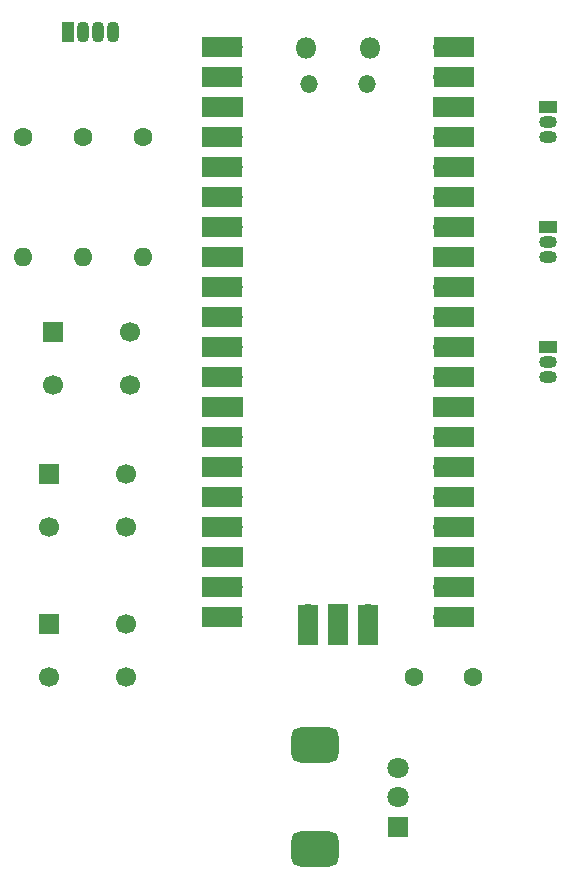
<source format=gts>
G04 #@! TF.GenerationSoftware,KiCad,Pcbnew,7.0.9-7.0.9~ubuntu22.04.1*
G04 #@! TF.CreationDate,2023-12-23T09:44:43+09:00*
G04 #@! TF.ProjectId,Akashi-18,416b6173-6869-42d3-9138-2e6b69636164,rev?*
G04 #@! TF.SameCoordinates,Original*
G04 #@! TF.FileFunction,Soldermask,Top*
G04 #@! TF.FilePolarity,Negative*
%FSLAX46Y46*%
G04 Gerber Fmt 4.6, Leading zero omitted, Abs format (unit mm)*
G04 Created by KiCad (PCBNEW 7.0.9-7.0.9~ubuntu22.04.1) date 2023-12-23 09:44:43*
%MOMM*%
%LPD*%
G01*
G04 APERTURE LIST*
G04 Aperture macros list*
%AMRoundRect*
0 Rectangle with rounded corners*
0 $1 Rounding radius*
0 $2 $3 $4 $5 $6 $7 $8 $9 X,Y pos of 4 corners*
0 Add a 4 corners polygon primitive as box body*
4,1,4,$2,$3,$4,$5,$6,$7,$8,$9,$2,$3,0*
0 Add four circle primitives for the rounded corners*
1,1,$1+$1,$2,$3*
1,1,$1+$1,$4,$5*
1,1,$1+$1,$6,$7*
1,1,$1+$1,$8,$9*
0 Add four rect primitives between the rounded corners*
20,1,$1+$1,$2,$3,$4,$5,0*
20,1,$1+$1,$4,$5,$6,$7,0*
20,1,$1+$1,$6,$7,$8,$9,0*
20,1,$1+$1,$8,$9,$2,$3,0*%
G04 Aperture macros list end*
%ADD10R,1.070000X1.800000*%
%ADD11O,1.070000X1.800000*%
%ADD12C,1.600000*%
%ADD13O,1.600000X1.600000*%
%ADD14R,1.500000X1.050000*%
%ADD15O,1.500000X1.050000*%
%ADD16O,1.800000X1.800000*%
%ADD17O,1.500000X1.500000*%
%ADD18O,1.700000X1.700000*%
%ADD19R,3.500000X1.700000*%
%ADD20R,1.700000X1.700000*%
%ADD21R,1.700000X3.500000*%
%ADD22C,1.700000*%
%ADD23R,1.800000X1.800000*%
%ADD24C,1.800000*%
%ADD25RoundRect,0.750000X1.250000X0.750000X-1.250000X0.750000X-1.250000X-0.750000X1.250000X-0.750000X0*%
G04 APERTURE END LIST*
D10*
G04 #@! TO.C,D1*
X97795000Y-64770000D03*
D11*
X99065000Y-64770000D03*
X100335000Y-64770000D03*
X101605000Y-64770000D03*
G04 #@! TD*
D12*
G04 #@! TO.C,R1*
X104140000Y-73660000D03*
D13*
X104140000Y-83820000D03*
G04 #@! TD*
D14*
G04 #@! TO.C,Q1*
X138430000Y-71130000D03*
D15*
X138430000Y-72400000D03*
X138430000Y-73670000D03*
G04 #@! TD*
D12*
G04 #@! TO.C,R3*
X93980000Y-73660000D03*
D13*
X93980000Y-83820000D03*
G04 #@! TD*
D14*
G04 #@! TO.C,Q2*
X138430000Y-81290000D03*
D15*
X138430000Y-82560000D03*
X138430000Y-83830000D03*
G04 #@! TD*
D12*
G04 #@! TO.C,R2*
X99060000Y-73660000D03*
D13*
X99060000Y-83820000D03*
G04 #@! TD*
D16*
G04 #@! TO.C,U1*
X117925000Y-66170000D03*
D17*
X118225000Y-69200000D03*
X123075000Y-69200000D03*
D16*
X123375000Y-66170000D03*
D18*
X111760000Y-66040000D03*
D19*
X110860000Y-66040000D03*
D18*
X111760000Y-68580000D03*
D19*
X110860000Y-68580000D03*
D20*
X111760000Y-71120000D03*
D19*
X110860000Y-71120000D03*
D18*
X111760000Y-73660000D03*
D19*
X110860000Y-73660000D03*
D18*
X111760000Y-76200000D03*
D19*
X110860000Y-76200000D03*
D18*
X111760000Y-78740000D03*
D19*
X110860000Y-78740000D03*
D18*
X111760000Y-81280000D03*
D19*
X110860000Y-81280000D03*
D20*
X111760000Y-83820000D03*
D19*
X110860000Y-83820000D03*
D18*
X111760000Y-86360000D03*
D19*
X110860000Y-86360000D03*
D18*
X111760000Y-88900000D03*
D19*
X110860000Y-88900000D03*
D18*
X111760000Y-91440000D03*
D19*
X110860000Y-91440000D03*
D18*
X111760000Y-93980000D03*
D19*
X110860000Y-93980000D03*
D20*
X111760000Y-96520000D03*
D19*
X110860000Y-96520000D03*
D18*
X111760000Y-99060000D03*
D19*
X110860000Y-99060000D03*
D18*
X111760000Y-101600000D03*
D19*
X110860000Y-101600000D03*
D18*
X111760000Y-104140000D03*
D19*
X110860000Y-104140000D03*
D18*
X111760000Y-106680000D03*
D19*
X110860000Y-106680000D03*
D20*
X111760000Y-109220000D03*
D19*
X110860000Y-109220000D03*
D18*
X111760000Y-111760000D03*
D19*
X110860000Y-111760000D03*
D18*
X111760000Y-114300000D03*
D19*
X110860000Y-114300000D03*
D18*
X129540000Y-114300000D03*
D19*
X130440000Y-114300000D03*
D18*
X129540000Y-111760000D03*
D19*
X130440000Y-111760000D03*
D20*
X129540000Y-109220000D03*
D19*
X130440000Y-109220000D03*
D18*
X129540000Y-106680000D03*
D19*
X130440000Y-106680000D03*
D18*
X129540000Y-104140000D03*
D19*
X130440000Y-104140000D03*
D18*
X129540000Y-101600000D03*
D19*
X130440000Y-101600000D03*
D18*
X129540000Y-99060000D03*
D19*
X130440000Y-99060000D03*
D20*
X129540000Y-96520000D03*
D19*
X130440000Y-96520000D03*
D18*
X129540000Y-93980000D03*
D19*
X130440000Y-93980000D03*
D18*
X129540000Y-91440000D03*
D19*
X130440000Y-91440000D03*
D18*
X129540000Y-88900000D03*
D19*
X130440000Y-88900000D03*
D18*
X129540000Y-86360000D03*
D19*
X130440000Y-86360000D03*
D20*
X129540000Y-83820000D03*
D19*
X130440000Y-83820000D03*
D18*
X129540000Y-81280000D03*
D19*
X130440000Y-81280000D03*
D18*
X129540000Y-78740000D03*
D19*
X130440000Y-78740000D03*
D18*
X129540000Y-76200000D03*
D19*
X130440000Y-76200000D03*
D18*
X129540000Y-73660000D03*
D19*
X130440000Y-73660000D03*
D20*
X129540000Y-71120000D03*
D19*
X130440000Y-71120000D03*
D18*
X129540000Y-68580000D03*
D19*
X130440000Y-68580000D03*
D18*
X129540000Y-66040000D03*
D19*
X130440000Y-66040000D03*
D18*
X118110000Y-114070000D03*
D21*
X118110000Y-114970000D03*
D20*
X120650000Y-114070000D03*
D21*
X120650000Y-114970000D03*
D18*
X123190000Y-114070000D03*
D21*
X123190000Y-114970000D03*
G04 #@! TD*
D20*
G04 #@! TO.C,SW2*
X96200000Y-102180000D03*
D22*
X102700000Y-102180000D03*
X96200000Y-106680000D03*
X102700000Y-106680000D03*
G04 #@! TD*
D20*
G04 #@! TO.C,SW1*
X96520000Y-90170000D03*
D22*
X103020000Y-90170000D03*
X96520000Y-94670000D03*
X103020000Y-94670000D03*
G04 #@! TD*
D14*
G04 #@! TO.C,Q3*
X138430000Y-91450000D03*
D15*
X138430000Y-92720000D03*
X138430000Y-93990000D03*
G04 #@! TD*
D12*
G04 #@! TO.C,C1*
X127080000Y-119380000D03*
X132080000Y-119380000D03*
G04 #@! TD*
D20*
G04 #@! TO.C,SW3*
X96200000Y-114880000D03*
D22*
X102700000Y-114880000D03*
X96200000Y-119380000D03*
X102700000Y-119380000D03*
G04 #@! TD*
D23*
G04 #@! TO.C,RV1*
X125730000Y-132080000D03*
D24*
X125730000Y-129580000D03*
X125730000Y-127080000D03*
D25*
X118730000Y-133980000D03*
X118730000Y-125180000D03*
G04 #@! TD*
M02*

</source>
